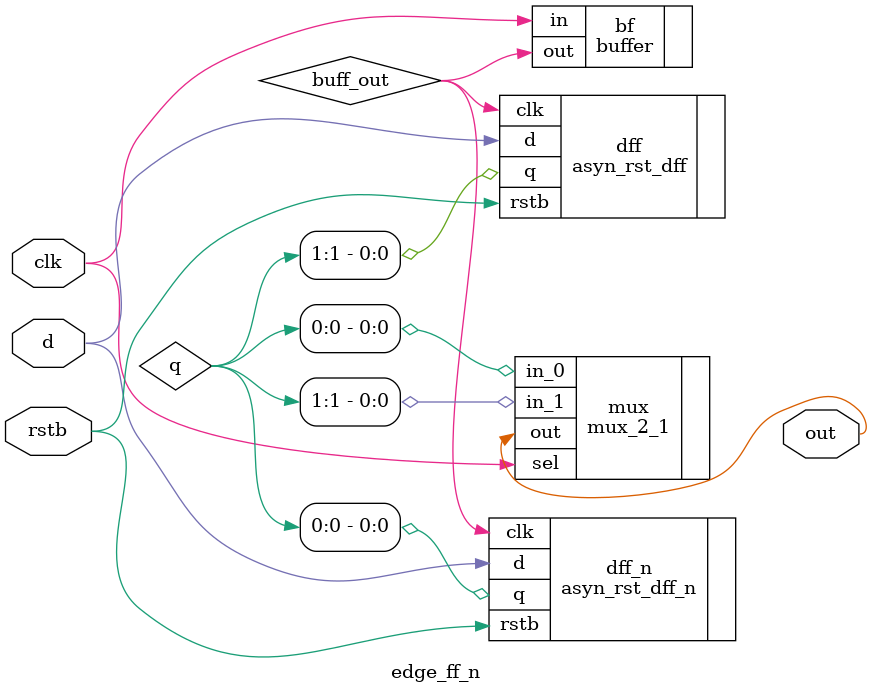
<source format=v>
`timescale 1ns/1ps

module edge_ff_n(
input d,rstb,clk,
output wire out);
wire [1:0]q;
wire buff_out;
//wire rstb_inv; //rstb_inv used after passing the reset signal(clk_ext) through an inverter.
//assign rstb_inv=~rstb;
buffer bf(.in(clk),.out(buff_out));
asyn_rst_dff dff(.clk(buff_out),.d(d),.rstb(rstb),.q(q[1]));
asyn_rst_dff_n dff_n(.clk(buff_out),.d(d),.rstb(rstb),.q(q[0]));
mux_2_1 mux(.in_0(q[0]),.in_1(q[1]),.sel(clk),.out(out));
endmodule



</source>
